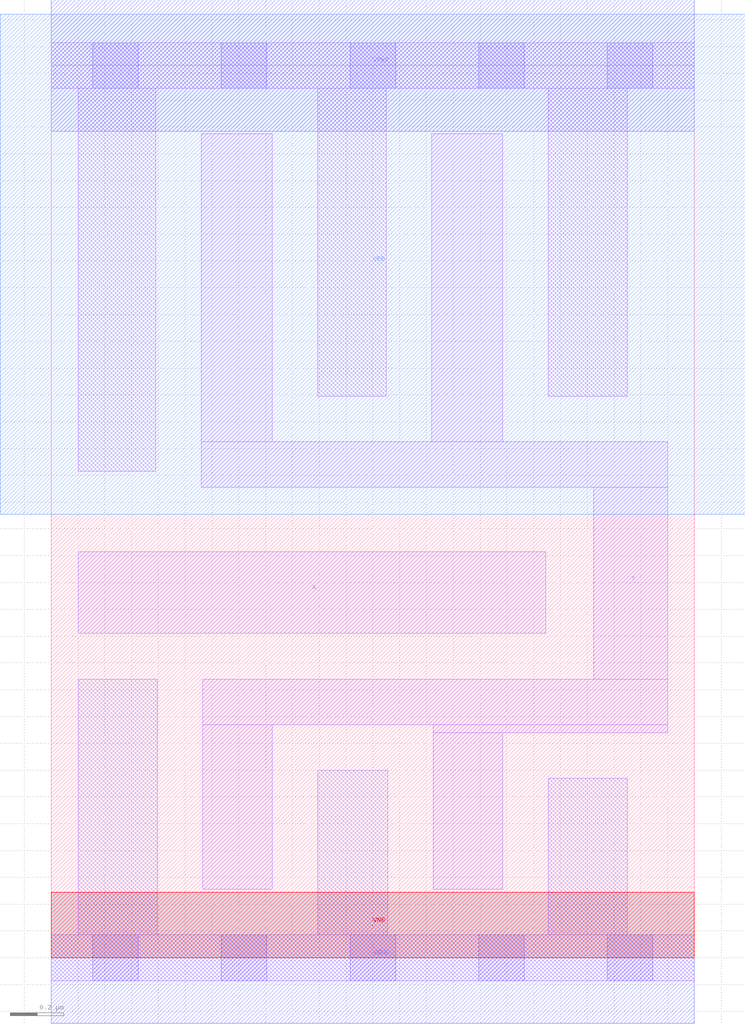
<source format=lef>
# Copyright 2020 The SkyWater PDK Authors
#
# Licensed under the Apache License, Version 2.0 (the "License");
# you may not use this file except in compliance with the License.
# You may obtain a copy of the License at
#
#     https://www.apache.org/licenses/LICENSE-2.0
#
# Unless required by applicable law or agreed to in writing, software
# distributed under the License is distributed on an "AS IS" BASIS,
# WITHOUT WARRANTIES OR CONDITIONS OF ANY KIND, either express or implied.
# See the License for the specific language governing permissions and
# limitations under the License.
#
# SPDX-License-Identifier: Apache-2.0

VERSION 5.7 ;
  NOWIREEXTENSIONATPIN ON ;
  DIVIDERCHAR "/" ;
  BUSBITCHARS "[]" ;
MACRO sky130_fd_sc_lp__inv_4
  CLASS CORE ;
  FOREIGN sky130_fd_sc_lp__inv_4 ;
  ORIGIN  0.000000  0.000000 ;
  SIZE  2.400000 BY  3.330000 ;
  SYMMETRY X Y R90 ;
  SITE unit ;
  PIN A
    ANTENNAGATEAREA  1.260000 ;
    DIRECTION INPUT ;
    USE SIGNAL ;
    PORT
      LAYER li1 ;
        RECT 0.100000 1.210000 1.845000 1.515000 ;
    END
  END A
  PIN Y
    ANTENNADIFFAREA  1.176000 ;
    DIRECTION OUTPUT ;
    USE SIGNAL ;
    PORT
      LAYER li1 ;
        RECT 0.560000 1.755000 2.300000 1.925000 ;
        RECT 0.560000 1.925000 0.825000 3.075000 ;
        RECT 0.565000 0.255000 0.825000 0.870000 ;
        RECT 0.565000 0.870000 2.300000 1.040000 ;
        RECT 1.420000 1.925000 1.685000 3.075000 ;
        RECT 1.425000 0.255000 1.685000 0.840000 ;
        RECT 1.425000 0.840000 2.300000 0.870000 ;
        RECT 2.025000 1.040000 2.300000 1.755000 ;
    END
  END Y
  PIN VGND
    DIRECTION INOUT ;
    USE GROUND ;
    PORT
      LAYER met1 ;
        RECT 0.000000 -0.245000 2.400000 0.245000 ;
    END
  END VGND
  PIN VNB
    DIRECTION INOUT ;
    USE GROUND ;
    PORT
      LAYER pwell ;
        RECT 0.000000 0.000000 2.400000 0.245000 ;
    END
  END VNB
  PIN VPB
    DIRECTION INOUT ;
    USE POWER ;
    PORT
      LAYER nwell ;
        RECT -0.190000 1.655000 2.590000 3.520000 ;
    END
  END VPB
  PIN VPWR
    DIRECTION INOUT ;
    USE POWER ;
    PORT
      LAYER met1 ;
        RECT 0.000000 3.085000 2.400000 3.575000 ;
    END
  END VPWR
  OBS
    LAYER li1 ;
      RECT 0.000000 -0.085000 2.400000 0.085000 ;
      RECT 0.000000  3.245000 2.400000 3.415000 ;
      RECT 0.100000  0.085000 0.395000 1.040000 ;
      RECT 0.100000  1.815000 0.390000 3.245000 ;
      RECT 0.995000  0.085000 1.255000 0.700000 ;
      RECT 0.995000  2.095000 1.250000 3.245000 ;
      RECT 1.855000  0.085000 2.150000 0.670000 ;
      RECT 1.855000  2.095000 2.150000 3.245000 ;
    LAYER mcon ;
      RECT 0.155000 -0.085000 0.325000 0.085000 ;
      RECT 0.155000  3.245000 0.325000 3.415000 ;
      RECT 0.635000 -0.085000 0.805000 0.085000 ;
      RECT 0.635000  3.245000 0.805000 3.415000 ;
      RECT 1.115000 -0.085000 1.285000 0.085000 ;
      RECT 1.115000  3.245000 1.285000 3.415000 ;
      RECT 1.595000 -0.085000 1.765000 0.085000 ;
      RECT 1.595000  3.245000 1.765000 3.415000 ;
      RECT 2.075000 -0.085000 2.245000 0.085000 ;
      RECT 2.075000  3.245000 2.245000 3.415000 ;
  END
END sky130_fd_sc_lp__inv_4
END LIBRARY

</source>
